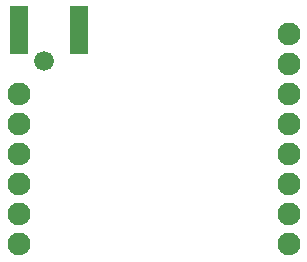
<source format=gbr>
%TF.GenerationSoftware,KiCad,Pcbnew,5.1.10*%
%TF.CreationDate,2021-07-25T21:05:11+03:00*%
%TF.ProjectId,hoperf-rfm9x-lora-breakout,686f7065-7266-42d7-9266-6d39782d6c6f,rev?*%
%TF.SameCoordinates,Original*%
%TF.FileFunction,Soldermask,Bot*%
%TF.FilePolarity,Negative*%
%FSLAX46Y46*%
G04 Gerber Fmt 4.6, Leading zero omitted, Abs format (unit mm)*
G04 Created by KiCad (PCBNEW 5.1.10) date 2021-07-25 21:05:11*
%MOMM*%
%LPD*%
G01*
G04 APERTURE LIST*
%ADD10C,1.930400*%
%ADD11C,1.676400*%
%ADD12R,1.524000X4.064000*%
G04 APERTURE END LIST*
D10*
%TO.C,JP1*%
X159921100Y-96278600D03*
X159921100Y-98818600D03*
X159921100Y-101358600D03*
X159921100Y-103898600D03*
X159921100Y-106438600D03*
X159921100Y-108978600D03*
X159921100Y-111518600D03*
X159921100Y-114058600D03*
%TD*%
%TO.C,JP2*%
X137061100Y-101358600D03*
X137061100Y-103898600D03*
X137061100Y-106438600D03*
X137061100Y-108978600D03*
X137061100Y-111518600D03*
X137061100Y-114058600D03*
%TD*%
D11*
%TO.C,ANT1*%
X139220100Y-98564600D03*
%TD*%
D12*
%TO.C,UFL/SMA1*%
X137061100Y-95897600D03*
X142141100Y-95897600D03*
%TD*%
M02*

</source>
